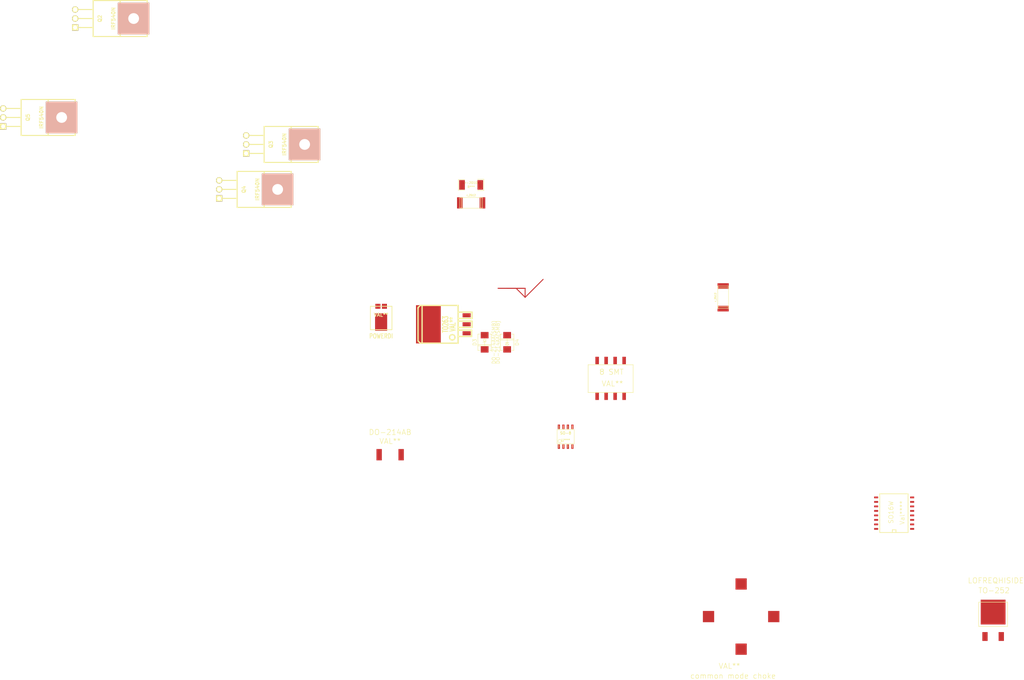
<source format=kicad_pcb>
(kicad_pcb (version 3) (host pcbnew "(2013-07-07 BZR 4022)-stable")

  (general
    (links 4)
    (no_connects 4)
    (area 0 0 0 0)
    (thickness 1.6)
    (drawings 0)
    (tracks 8)
    (zones 0)
    (modules 17)
    (nets 9)
  )

  (page A3)
  (layers
    (15 F.Cu signal)
    (0 B.Cu signal)
    (16 B.Adhes user)
    (17 F.Adhes user)
    (18 B.Paste user)
    (19 F.Paste user)
    (20 B.SilkS user)
    (21 F.SilkS user)
    (22 B.Mask user)
    (23 F.Mask user)
    (24 Dwgs.User user)
    (25 Cmts.User user)
    (26 Eco1.User user)
    (27 Eco2.User user)
    (28 Edge.Cuts user)
  )

  (setup
    (last_trace_width 0.254)
    (trace_clearance 0.254)
    (zone_clearance 0.508)
    (zone_45_only no)
    (trace_min 0.254)
    (segment_width 0.2)
    (edge_width 0.15)
    (via_size 0.889)
    (via_drill 0.635)
    (via_min_size 0.889)
    (via_min_drill 0.508)
    (uvia_size 0.508)
    (uvia_drill 0.127)
    (uvias_allowed no)
    (uvia_min_size 0.508)
    (uvia_min_drill 0.127)
    (pcb_text_width 0.3)
    (pcb_text_size 1.5 1.5)
    (mod_edge_width 0.15)
    (mod_text_size 1.5 1.5)
    (mod_text_width 0.15)
    (pad_size 1 2.1)
    (pad_drill 0)
    (pad_to_mask_clearance 0.2)
    (aux_axis_origin 0 0)
    (visible_elements FFFFFFBF)
    (pcbplotparams
      (layerselection 3178497)
      (usegerberextensions true)
      (excludeedgelayer true)
      (linewidth 0.100000)
      (plotframeref false)
      (viasonmask false)
      (mode 1)
      (useauxorigin false)
      (hpglpennumber 1)
      (hpglpenspeed 20)
      (hpglpendiameter 15)
      (hpglpenoverlay 2)
      (psnegative false)
      (psa4output false)
      (plotreference true)
      (plotvalue true)
      (plotothertext true)
      (plotinvisibletext false)
      (padsonsilk false)
      (subtractmaskfromsilk false)
      (outputformat 1)
      (mirror false)
      (drillshape 1)
      (scaleselection 1)
      (outputdirectory ""))
  )

  (net 0 "")
  (net 1 GNDA)
  (net 2 N-0000015)
  (net 3 N-0000016)
  (net 4 N-0000025)
  (net 5 N-000006)
  (net 6 N-000007)
  (net 7 N-000008)
  (net 8 N-000009)

  (net_class Default "This is the default net class."
    (clearance 0.254)
    (trace_width 0.254)
    (via_dia 0.889)
    (via_drill 0.635)
    (uvia_dia 0.508)
    (uvia_drill 0.127)
    (add_net "")
    (add_net GNDA)
    (add_net N-0000015)
    (add_net N-0000016)
    (add_net N-0000025)
    (add_net N-000006)
    (add_net N-000007)
    (add_net N-000008)
    (add_net N-000009)
  )

  (module TO263 (layer F.Cu) (tedit 4FBE28C7) (tstamp 525735B0)
    (at 69.85 38.1 90)
    (attr smd)
    (fp_text reference TO263 (at 0 -5.969 90) (layer F.SilkS)
      (effects (font (size 1.524 1.016) (thickness 0.254)))
    )
    (fp_text value VAL** (at 0 -3.937 90) (layer F.SilkS)
      (effects (font (size 1.524 1.016) (thickness 0.254)))
    )
    (fp_line (start 1.651 -2.413) (end 1.651 1.524) (layer F.SilkS) (width 0.381))
    (fp_line (start 1.651 1.524) (end 3.429 1.524) (layer F.SilkS) (width 0.381))
    (fp_line (start 3.429 1.524) (end 3.429 -2.413) (layer F.SilkS) (width 0.381))
    (fp_line (start -0.889 -2.413) (end -0.889 1.524) (layer F.SilkS) (width 0.381))
    (fp_line (start -0.889 1.524) (end 0.889 1.524) (layer F.SilkS) (width 0.381))
    (fp_line (start 0.889 1.524) (end 0.889 -2.413) (layer F.SilkS) (width 0.381))
    (fp_line (start -3.429 -2.413) (end -3.429 1.397) (layer F.SilkS) (width 0.381))
    (fp_line (start -3.429 1.397) (end -1.778 1.397) (layer F.SilkS) (width 0.381))
    (fp_line (start -1.778 1.397) (end -1.651 1.397) (layer F.SilkS) (width 0.381))
    (fp_line (start -1.651 1.397) (end -1.651 -2.413) (layer F.SilkS) (width 0.381))
    (fp_circle (center -3.683 -4.064) (end -3.683 -3.302) (layer F.SilkS) (width 0.381))
    (fp_line (start -5.334 -2.413) (end -5.334 -13.081) (layer F.SilkS) (width 0.381))
    (fp_line (start -5.334 -13.081) (end -4.699 -13.716) (layer F.SilkS) (width 0.381))
    (fp_line (start -4.699 -13.716) (end 4.318 -13.716) (layer F.SilkS) (width 0.381))
    (fp_line (start 4.318 -13.716) (end 4.572 -13.716) (layer F.SilkS) (width 0.381))
    (fp_line (start 4.572 -13.716) (end 4.699 -13.716) (layer F.SilkS) (width 0.381))
    (fp_line (start 4.699 -13.716) (end 5.334 -13.081) (layer F.SilkS) (width 0.381))
    (fp_line (start 5.334 -13.081) (end 5.334 -2.413) (layer F.SilkS) (width 0.381))
    (fp_line (start -5.334 -2.413) (end 5.334 -2.413) (layer F.SilkS) (width 0.381))
    (fp_line (start 5.334 -12.573) (end -5.334 -12.573) (layer F.SilkS) (width 0.381))
    (pad 1 smd rect (at -2.54 0 90) (size 1.143 2.286)
      (layers F.Cu F.Paste F.Mask)
    )
    (pad 2 smd rect (at 0 -10.795 90) (size 10.80008 6.9977)
      (layers F.Cu F.Paste F.Mask)
    )
    (pad 3 smd rect (at 2.54 0 90) (size 1.143 2.286)
      (layers F.Cu F.Paste F.Mask)
    )
    (pad 2 smd rect (at 0 0 90) (size 1.143 2.286)
      (layers F.Cu F.Paste F.Mask)
    )
  )

  (module "8 SMT" (layer F.Cu) (tedit 5255B2B7) (tstamp 525F5BDB)
    (at 106.68 58.42)
    (fp_text reference "8 SMT" (at 4.064 -6.858) (layer F.SilkS)
      (effects (font (size 1.5 1.5) (thickness 0.15)))
    )
    (fp_text value VAL** (at 4.318 -3.556) (layer F.SilkS)
      (effects (font (size 1.5 1.5) (thickness 0.15)))
    )
    (fp_line (start -2.54 -1.016) (end -2.54 -8.89) (layer F.SilkS) (width 0.15))
    (fp_line (start -2.54 -8.89) (end 10.16 -8.89) (layer F.SilkS) (width 0.15))
    (fp_line (start 10.16 -1.016) (end 10.16 -8.89) (layer F.SilkS) (width 0.15))
    (fp_line (start -2.54 -1.05) (end 10.16 -1.05) (layer F.SilkS) (width 0.15))
    (pad D10 smd rect (at 0 0) (size 1 2.1)
      (layers F.Cu F.Paste F.Mask)
    )
    (pad D11 smd rect (at 2.54 0) (size 1 2.1)
      (layers F.Cu F.Paste F.Mask)
    )
    (pad D12 smd rect (at 2.54 -10.1) (size 1 2.1)
      (layers F.Cu F.Paste F.Mask)
    )
    (pad D13 smd rect (at 0 -10.1) (size 1 2.1)
      (layers F.Cu F.Paste F.Mask)
    )
    (pad D14 smd rect (at 5.08 -10.1) (size 1 2.1)
      (layers F.Cu F.Paste F.Mask)
    )
    (pad D15 smd rect (at 7.62 -10.1) (size 1 2.1)
      (layers F.Cu F.Paste F.Mask)
    )
    (pad D16 smd rect (at 7.62 0) (size 1 2.1)
      (layers F.Cu F.Paste F.Mask)
    )
    (pad D17 smd rect (at 5.08 0) (size 1 2.1)
      (layers F.Cu F.Paste F.Mask)
    )
  )

  (module DO-214AB (layer F.Cu) (tedit 5255A1EE) (tstamp 525C0E79)
    (at 48.26 74.93)
    (fp_text reference DO-214AB (at 0 -6.35) (layer F.SilkS)
      (effects (font (size 1.5 1.5) (thickness 0.15)))
    )
    (fp_text value VAL** (at 0 -3.81) (layer F.SilkS)
      (effects (font (size 1.5 1.5) (thickness 0.15)))
    )
    (pad D8 smd rect (at 3.105 0) (size 1.52 3.2)
      (layers F.Cu F.Paste F.Mask)
    )
    (pad D9 smd rect (at -3.105 0) (size 1.52 3.2)
      (layers F.Cu F.Paste F.Mask)
    )
  )

  (module TO-252 (layer F.Cu) (tedit 5255A65F) (tstamp 525F5C02)
    (at 218.44 119.38)
    (fp_text reference TO-252 (at 0.254 -6.096) (layer F.SilkS)
      (effects (font (size 1.5 1.5) (thickness 0.15)))
    )
    (fp_text value LOFREQHISIDE (at 0.762 -8.89) (layer F.SilkS)
      (effects (font (size 1.5 1.5) (thickness 0.15)))
    )
    (fp_line (start 4.064 -2.794) (end -4.064 -2.794) (layer F.SilkS) (width 0.15))
    (fp_line (start -4.064 -2.794) (end -4.064 4.064) (layer F.SilkS) (width 0.15))
    (fp_line (start -4.064 4.064) (end 4.064 4.064) (layer F.SilkS) (width 0.15))
    (fp_line (start 4.064 4.064) (end 4.064 -2.794) (layer F.SilkS) (width 0.15))
    (pad D5 smd rect (at 0 0) (size 7 7)
      (layers F.Cu F.Paste F.Mask)
    )
    (pad D6 smd rect (at 2.3 6.9) (size 1.5 2.5)
      (layers F.Cu F.Paste F.Mask)
    )
    (pad D7 smd rect (at -2.3 6.9) (size 1.5 2.5)
      (layers F.Cu F.Paste F.Mask)
    )
  )

  (module CommModeChoke (layer F.Cu) (tedit 525597B0) (tstamp 525B5320)
    (at 147.32 120.65)
    (fp_text reference "common mode choke" (at -2.286 16.764) (layer F.SilkS)
      (effects (font (size 1.5 1.5) (thickness 0.15)))
    )
    (fp_text value VAL** (at -3.302 13.97) (layer F.SilkS)
      (effects (font (size 1.5 1.5) (thickness 0.15)))
    )
    (pad D2 smd rect (at 9.205 0) (size 3.18 3.18)
      (layers F.Cu F.Paste F.Mask)
    )
    (pad D3 smd rect (at 0 -9.205) (size 3.18 3.18)
      (layers F.Cu F.Paste F.Mask)
    )
    (pad D4 smd rect (at 0 9.205) (size 3.18 3.18)
      (layers F.Cu F.Paste F.Mask)
    )
    (pad D5 smd rect (at -9.205 0) (size 3.18 3.18)
      (layers F.Cu F.Paste F.Mask)
    )
  )

  (module POWERDI5 (layer F.Cu) (tedit 52535699) (tstamp 52573601)
    (at 45.72 33.02 180)
    (descr "MOS boitier DPACK G-D-S")
    (tags "CMD DPACK")
    (attr smd)
    (fp_text reference POWERDI (at 0 -8.414 180) (layer F.SilkS)
      (effects (font (size 1.27 1.016) (thickness 0.2032)))
    )
    (fp_text value VAL** (at 0 -2.413 180) (layer F.SilkS)
      (effects (font (size 1.016 1.016) (thickness 0.2032)))
    )
    (fp_line (start -3.048 0) (end 3.048 0) (layer F.SilkS) (width 0.15))
    (fp_line (start -3.048 -6.604) (end -3.048 0) (layer F.SilkS) (width 0.15))
    (fp_line (start 3.048 -6.604) (end -3.048 -6.604) (layer F.SilkS) (width 0.15))
    (fp_line (start 3.048 0) (end 3.048 -6.604) (layer F.SilkS) (width 0.15))
    (fp_line (start 3.048 0) (end 3.048 -6.604) (layer F.SilkS) (width 0.15))
    (fp_line (start 3.048 -6.604) (end -3.048 -6.604) (layer F.SilkS) (width 0.15))
    (fp_line (start -3.048 -6.604) (end -3.048 0) (layer F.SilkS) (width 0.15))
    (fp_line (start -3.048 0) (end 3.048 0) (layer F.SilkS) (width 0.15))
    (pad S smd rect (at 0.92 0 180) (size 1.39 1.4)
      (layers F.Cu F.Paste F.Mask)
    )
    (pad D smd rect (at 0 -4.45 180) (size 3.36 4.86)
      (layers F.Cu F.Paste F.Mask)
    )
    (pad G smd rect (at -0.92 0 180) (size 1.39 1.4)
      (layers F.Cu F.Paste F.Mask)
    )
    (pad G smd rect (at -0.92 0 180) (size 1.39 1.4)
      (layers F.Cu F.Paste F.Mask)
    )
    (pad D smd rect (at 0 -4.45 180) (size 3.36 4.86)
      (layers F.Cu F.Paste F.Mask)
    )
    (pad S smd rect (at 0.92 0 180) (size 1.39 1.4)
      (layers F.Cu F.Paste F.Mask)
    )
    (model smd/dpack_2.wrl
      (at (xyz 0 0 0))
      (scale (xyz 1 1 1))
      (rotate (xyz 0 0 0))
    )
  )

  (module SO16W (layer F.Cu) (tedit 4280704F) (tstamp 52598761)
    (at 190.5 91.44 90)
    (descr "Module CMS SOJ 16 pins tres large")
    (tags "CMS SOJ")
    (attr smd)
    (fp_text reference SO16W (at 0.254 -0.889 90) (layer F.SilkS)
      (effects (font (size 1.27 1.27) (thickness 0.127)))
    )
    (fp_text value Val**** (at 0.127 2.286 90) (layer F.SilkS)
      (effects (font (size 1.27 1.27) (thickness 0.127)))
    )
    (fp_line (start -5.461 3.937) (end -5.461 -4.064) (layer F.SilkS) (width 0.2032))
    (fp_line (start 5.461 -4.064) (end 5.461 3.937) (layer F.SilkS) (width 0.2032))
    (fp_line (start -5.461 -4.064) (end 5.461 -4.064) (layer F.SilkS) (width 0.2032))
    (fp_line (start 5.461 3.937) (end -5.461 3.937) (layer F.SilkS) (width 0.2032))
    (fp_line (start -5.461 -0.508) (end -4.699 -0.508) (layer F.SilkS) (width 0.2032))
    (fp_line (start -4.699 -0.508) (end -4.699 0.508) (layer F.SilkS) (width 0.2032))
    (fp_line (start -4.699 0.508) (end -5.461 0.508) (layer F.SilkS) (width 0.2032))
    (pad 1 smd rect (at -4.445 5.08 90) (size 0.508 1.143)
      (layers F.Cu F.Paste F.Mask)
    )
    (pad 2 smd rect (at -3.175 5.08 90) (size 0.508 1.143)
      (layers F.Cu F.Paste F.Mask)
    )
    (pad 3 smd rect (at -1.905 5.08 90) (size 0.508 1.143)
      (layers F.Cu F.Paste F.Mask)
    )
    (pad 4 smd rect (at -0.635 5.08 90) (size 0.508 1.143)
      (layers F.Cu F.Paste F.Mask)
    )
    (pad 5 smd rect (at 0.635 5.08 90) (size 0.508 1.143)
      (layers F.Cu F.Paste F.Mask)
    )
    (pad 6 smd rect (at 1.905 5.08 90) (size 0.508 1.143)
      (layers F.Cu F.Paste F.Mask)
    )
    (pad 7 smd rect (at 3.175 5.08 90) (size 0.508 1.143)
      (layers F.Cu F.Paste F.Mask)
    )
    (pad 8 smd rect (at 4.445 5.08 90) (size 0.508 1.143)
      (layers F.Cu F.Paste F.Mask)
    )
    (pad 9 smd rect (at 4.445 -5.08 90) (size 0.508 1.143)
      (layers F.Cu F.Paste F.Mask)
    )
    (pad 10 smd rect (at 3.175 -5.08 90) (size 0.508 1.143)
      (layers F.Cu F.Paste F.Mask)
    )
    (pad 11 smd rect (at 1.905 -5.08 90) (size 0.508 1.143)
      (layers F.Cu F.Paste F.Mask)
    )
    (pad 12 smd rect (at 0.635 -5.08 90) (size 0.508 1.143)
      (layers F.Cu F.Paste F.Mask)
    )
    (pad 13 smd rect (at -0.635 -5.08 90) (size 0.508 1.143)
      (layers F.Cu F.Paste F.Mask)
    )
    (pad 14 smd rect (at -1.905 -5.08 90) (size 0.508 1.143)
      (layers F.Cu F.Paste F.Mask)
    )
    (pad 15 smd rect (at -3.175 -5.08 90) (size 0.508 1.143)
      (layers F.Cu F.Paste F.Mask)
    )
    (pad 16 smd rect (at -4.445 -5.08 90) (size 0.508 1.143)
      (layers F.Cu F.Paste F.Mask)
    )
    (model smd/cms_so16.wrl
      (at (xyz 0 0 0))
      (scale (xyz 0.5 0.6 0.5))
      (rotate (xyz 0 0 0))
    )
  )

  (module "DO-214AA(SMB)" (layer F.Cu) (tedit 52578A15) (tstamp 525BB0F9)
    (at 81.28 43.18 90)
    (descr "DO-214AA (SMB)  PACKAGE.")
    (tags "DO-214AA SMB")
    (attr smd)
    (fp_text reference "DO-214AA(SMB)" (at 0 -2.60096 90) (layer F.SilkS)
      (effects (font (size 1.00076 1.00076) (thickness 0.11938)))
    )
    (fp_text value D4 (at 0 2.79908 90) (layer F.SilkS)
      (effects (font (size 1.00076 1.00076) (thickness 0.11938)))
    )
    (fp_line (start -0.762 0) (end -0.9652 0) (layer F.SilkS) (width 0.127))
    (fp_line (start -2.286 -1.905) (end 2.286 -1.905) (layer F.SilkS) (width 0.127))
    (fp_line (start 2.286 -1.905) (end 2.286 -1.27) (layer F.SilkS) (width 0.127))
    (fp_line (start 0.6604 1.905) (end 0.6604 -1.905) (layer F.SilkS) (width 0.127))
    (fp_line (start 0.9906 1.905) (end 0.9906 -1.905) (layer F.SilkS) (width 0.127))
    (fp_line (start -2.286 1.27) (end -2.286 1.905) (layer F.SilkS) (width 0.127))
    (fp_line (start -2.286 1.905) (end 2.286 1.905) (layer F.SilkS) (width 0.127))
    (fp_line (start 2.286 1.905) (end 2.286 1.27) (layer F.SilkS) (width 0.127))
    (fp_line (start -2.286 -1.27) (end -2.286 -1.905) (layer F.SilkS) (width 0.127))
    (fp_line (start -0.127 0) (end -0.762 -0.47498) (layer F.SilkS) (width 0.127))
    (fp_line (start -0.762 -0.47498) (end -0.762 0) (layer F.SilkS) (width 0.127))
    (fp_line (start -0.762 0) (end -0.762 0.47498) (layer F.SilkS) (width 0.127))
    (fp_line (start -0.762 0.47498) (end -0.127 0) (layer F.SilkS) (width 0.127))
    (fp_line (start -0.127 0) (end -0.127 -0.3175) (layer F.SilkS) (width 0.127))
    (fp_line (start -0.127 -0.3175) (end -0.28448 -0.47498) (layer F.SilkS) (width 0.127))
    (fp_line (start -0.127 0) (end -0.127 0.3175) (layer F.SilkS) (width 0.127))
    (fp_line (start -0.127 0.3175) (end 0.03048 0.47498) (layer F.SilkS) (width 0.127))
    (fp_line (start -0.127 0) (end 0.98298 0) (layer F.SilkS) (width 0.127))
    (pad 1 smd rect (at -2.0066 0 90) (size 1.80086 2.19964)
      (layers F.Cu F.Paste F.Mask)
    )
    (pad 2 smd rect (at 2.0066 0 90) (size 1.80086 2.19964)
      (layers F.Cu F.Paste F.Mask)
    )
    (model smd/do214.wrl
      (at (xyz 0 0 0))
      (scale (xyz 1 1 1))
      (rotate (xyz 0 0 0))
    )
  )

  (module "DO-214AA(SMB)" (layer F.Cu) (tedit 52578A32) (tstamp 525BB129)
    (at 74.93 43.18 270)
    (descr "DO-214AA (SMB)  PACKAGE.")
    (tags "DO-214AA SMB")
    (attr smd)
    (fp_text reference "DO-214AA(SMB)" (at 0 -2.60096 270) (layer F.SilkS)
      (effects (font (size 1.00076 1.00076) (thickness 0.11938)))
    )
    (fp_text value D3 (at 0 2.79908 270) (layer F.SilkS)
      (effects (font (size 1.00076 1.00076) (thickness 0.11938)))
    )
    (fp_line (start -0.762 0) (end -0.9652 0) (layer F.SilkS) (width 0.127))
    (fp_line (start -2.286 -1.905) (end 2.286 -1.905) (layer F.SilkS) (width 0.127))
    (fp_line (start 2.286 -1.905) (end 2.286 -1.27) (layer F.SilkS) (width 0.127))
    (fp_line (start 0.6604 1.905) (end 0.6604 -1.905) (layer F.SilkS) (width 0.127))
    (fp_line (start 0.9906 1.905) (end 0.9906 -1.905) (layer F.SilkS) (width 0.127))
    (fp_line (start -2.286 1.27) (end -2.286 1.905) (layer F.SilkS) (width 0.127))
    (fp_line (start -2.286 1.905) (end 2.286 1.905) (layer F.SilkS) (width 0.127))
    (fp_line (start 2.286 1.905) (end 2.286 1.27) (layer F.SilkS) (width 0.127))
    (fp_line (start -2.286 -1.27) (end -2.286 -1.905) (layer F.SilkS) (width 0.127))
    (fp_line (start -0.127 0) (end -0.762 -0.47498) (layer F.SilkS) (width 0.127))
    (fp_line (start -0.762 -0.47498) (end -0.762 0) (layer F.SilkS) (width 0.127))
    (fp_line (start -0.762 0) (end -0.762 0.47498) (layer F.SilkS) (width 0.127))
    (fp_line (start -0.762 0.47498) (end -0.127 0) (layer F.SilkS) (width 0.127))
    (fp_line (start -0.127 0) (end -0.127 -0.3175) (layer F.SilkS) (width 0.127))
    (fp_line (start -0.127 -0.3175) (end -0.28448 -0.47498) (layer F.SilkS) (width 0.127))
    (fp_line (start -0.127 0) (end -0.127 0.3175) (layer F.SilkS) (width 0.127))
    (fp_line (start -0.127 0.3175) (end 0.03048 0.47498) (layer F.SilkS) (width 0.127))
    (fp_line (start -0.127 0) (end 0.98298 0) (layer F.SilkS) (width 0.127))
    (pad 1 smd rect (at -2.0066 0 270) (size 1.80086 2.19964)
      (layers F.Cu F.Paste F.Mask)
    )
    (pad 2 smd rect (at 2.0066 0 270) (size 1.80086 2.19964)
      (layers F.Cu F.Paste F.Mask)
    )
    (model smd/do214.wrl
      (at (xyz 0 0 0))
      (scale (xyz 1 1 1))
      (rotate (xyz 0 0 0))
    )
  )

  (module r_2010 (layer F.Cu) (tedit 4E57AD50) (tstamp 525C1118)
    (at 71.12 -1.27)
    (descr "SMT resistor, 2010")
    (fp_text reference r-2010 (at 0 -0.59944) (layer F.SilkS)
      (effects (font (size 0.635 0.635) (thickness 0.11938)))
    )
    (fp_text value R*** (at 0 0.59944) (layer F.SilkS)
      (effects (font (size 0.635 0.635) (thickness 0.11938)))
    )
    (fp_line (start 1.80086 -1.6002) (end 3.59918 -1.6002) (layer F.SilkS) (width 0.127))
    (fp_line (start 3.59918 -1.6002) (end 3.59918 1.6002) (layer F.SilkS) (width 0.127))
    (fp_line (start 3.59918 1.6002) (end 1.80086 1.6002) (layer F.SilkS) (width 0.127))
    (fp_line (start -1.80086 -1.50114) (end -3.59918 -1.50114) (layer F.SilkS) (width 0.127))
    (fp_line (start -3.59918 -1.50114) (end -3.59918 1.50114) (layer F.SilkS) (width 0.127))
    (fp_line (start -3.59918 1.50114) (end -1.80086 1.50114) (layer F.SilkS) (width 0.127))
    (pad 1 smd rect (at 2.5781 0) (size 1.6002 2.6924)
      (layers F.Cu F.Paste F.Mask)
    )
    (pad 2 smd rect (at -2.5781 0) (size 1.6002 2.6924)
      (layers F.Cu F.Paste F.Mask)
    )
    (model smd/resistors/r_2010.wrl
      (at (xyz 0 0 0))
      (scale (xyz 1 1 1))
      (rotate (xyz 0 0 0))
    )
  )

  (module r_2512 (layer F.Cu) (tedit 4A8704CB) (tstamp 525C11D5)
    (at 71.12 3.81)
    (descr "SMT resistor, 2512")
    (fp_text reference r_2512 (at 0 -2.159) (layer F.SilkS)
      (effects (font (size 0.50038 0.50038) (thickness 0.11938)))
    )
    (fp_text value R*** (at 0 2.032) (layer F.SilkS) hide
      (effects (font (size 0.50038 0.50038) (thickness 0.11938)))
    )
    (fp_line (start 2.667 -1.524) (end 2.667 1.524) (layer F.SilkS) (width 0.127))
    (fp_line (start -2.667 -1.524) (end -2.667 1.524) (layer F.SilkS) (width 0.127))
    (fp_line (start -3.175 -1.524) (end -3.175 1.524) (layer F.SilkS) (width 0.127))
    (fp_line (start -3.175 1.524) (end 3.175 1.524) (layer F.SilkS) (width 0.127))
    (fp_line (start 3.175 1.524) (end 3.175 -1.524) (layer F.SilkS) (width 0.127))
    (fp_line (start 3.175 -1.524) (end -3.175 -1.524) (layer F.SilkS) (width 0.127))
    (pad 1 smd rect (at 3.1877 0) (size 1.6002 3.175)
      (layers F.Cu F.Paste F.Mask)
    )
    (pad 2 smd rect (at -3.1877 0) (size 1.6002 3.175)
      (layers F.Cu F.Paste F.Mask)
    )
    (model smd/resistors/r_2512.wrl
      (at (xyz 0 0 0))
      (scale (xyz 1 1 1))
      (rotate (xyz 0 0 0))
    )
  )

  (module so-8 (layer F.Cu) (tedit 48A6C16E) (tstamp 525C6FA8)
    (at 97.79 69.85)
    (descr SO-8)
    (attr smd)
    (fp_text reference SO-8 (at 0 -1.016) (layer F.SilkS)
      (effects (font (size 0.7493 0.7493) (thickness 0.14986)))
    )
    (fp_text value U*** (at 0 1.016) (layer F.SilkS)
      (effects (font (size 0.7493 0.7493) (thickness 0.14986)))
    )
    (fp_line (start -2.413 -1.9812) (end -2.413 1.9812) (layer F.SilkS) (width 0.127))
    (fp_line (start -2.413 1.9812) (end 2.413 1.9812) (layer F.SilkS) (width 0.127))
    (fp_line (start 2.413 1.9812) (end 2.413 -1.9812) (layer F.SilkS) (width 0.127))
    (fp_line (start 2.413 -1.9812) (end -2.413 -1.9812) (layer F.SilkS) (width 0.127))
    (fp_line (start -1.905 -1.9812) (end -1.905 -3.0734) (layer F.SilkS) (width 0.127))
    (fp_line (start -0.635 -1.9812) (end -0.635 -3.0734) (layer F.SilkS) (width 0.127))
    (fp_line (start 0.635 -1.9812) (end 0.635 -3.0734) (layer F.SilkS) (width 0.127))
    (fp_line (start 1.905 -3.0734) (end 1.905 -1.9812) (layer F.SilkS) (width 0.127))
    (fp_line (start 1.905 1.9812) (end 1.905 3.0734) (layer F.SilkS) (width 0.127))
    (fp_line (start 0.635 3.0734) (end 0.635 1.9812) (layer F.SilkS) (width 0.127))
    (fp_line (start -0.635 3.0734) (end -0.635 1.9812) (layer F.SilkS) (width 0.127))
    (fp_line (start -1.905 3.0734) (end -1.905 1.9812) (layer F.SilkS) (width 0.127))
    (fp_circle (center -1.6764 1.2446) (end -1.9558 1.6256) (layer F.SilkS) (width 0.127))
    (pad 1 smd rect (at -1.905 2.794) (size 0.635 1.27)
      (layers F.Cu F.Paste F.Mask)
    )
    (pad 2 smd rect (at -0.635 2.794) (size 0.635 1.27)
      (layers F.Cu F.Paste F.Mask)
    )
    (pad 3 smd rect (at 0.635 2.794) (size 0.635 1.27)
      (layers F.Cu F.Paste F.Mask)
    )
    (pad 4 smd rect (at 1.905 2.794) (size 0.635 1.27)
      (layers F.Cu F.Paste F.Mask)
    )
    (pad 5 smd rect (at 1.905 -2.794) (size 0.635 1.27)
      (layers F.Cu F.Paste F.Mask)
    )
    (pad 6 smd rect (at 0.635 -2.794) (size 0.635 1.27)
      (layers F.Cu F.Paste F.Mask)
    )
    (pad 7 smd rect (at -0.635 -2.794) (size 0.635 1.27)
      (layers F.Cu F.Paste F.Mask)
    )
    (pad 8 smd rect (at -1.905 -2.794) (size 0.635 1.27)
      (layers F.Cu F.Paste F.Mask)
    )
    (model smd/smd_dil/so-8.wrl
      (at (xyz 0 0 0))
      (scale (xyz 1 1 1))
      (rotate (xyz 0 0 0))
    )
  )

  (module r_2512 (layer F.Cu) (tedit 4A8704CB) (tstamp 525FA10C)
    (at 142.24 30.48 90)
    (descr "SMT resistor, 2512")
    (fp_text reference r_2512 (at 0 -2.159 90) (layer F.SilkS)
      (effects (font (size 0.50038 0.50038) (thickness 0.11938)))
    )
    (fp_text value R*** (at 0 2.032 90) (layer F.SilkS) hide
      (effects (font (size 0.50038 0.50038) (thickness 0.11938)))
    )
    (fp_line (start 2.667 -1.524) (end 2.667 1.524) (layer F.SilkS) (width 0.127))
    (fp_line (start -2.667 -1.524) (end -2.667 1.524) (layer F.SilkS) (width 0.127))
    (fp_line (start -3.175 -1.524) (end -3.175 1.524) (layer F.SilkS) (width 0.127))
    (fp_line (start -3.175 1.524) (end 3.175 1.524) (layer F.SilkS) (width 0.127))
    (fp_line (start 3.175 1.524) (end 3.175 -1.524) (layer F.SilkS) (width 0.127))
    (fp_line (start 3.175 -1.524) (end -3.175 -1.524) (layer F.SilkS) (width 0.127))
    (pad 1 smd rect (at 3.1877 0 90) (size 1.6002 3.175)
      (layers F.Cu F.Paste F.Mask)
    )
    (pad 2 smd rect (at -3.1877 0 90) (size 1.6002 3.175)
      (layers F.Cu F.Paste F.Mask)
    )
    (model smd/resistors/r_2512.wrl
      (at (xyz 0 0 0))
      (scale (xyz 1 1 1))
      (rotate (xyz 0 0 0))
    )
  )

  (module TO220 (layer F.Cu) (tedit 200000) (tstamp 525FA20D)
    (at 0 0)
    (descr "Transistor TO 220")
    (tags "TR TO220 DEV")
    (path /5222AB32)
    (fp_text reference Q4 (at 6.985 0 90) (layer F.SilkS)
      (effects (font (size 1.016 1.016) (thickness 0.2032)))
    )
    (fp_text value IRF540N (at 10.795 0 90) (layer F.SilkS)
      (effects (font (size 1.016 1.016) (thickness 0.2032)))
    )
    (fp_line (start 0 -2.54) (end 5.08 -2.54) (layer F.SilkS) (width 0.3048))
    (fp_line (start 0 0) (end 5.08 0) (layer F.SilkS) (width 0.3048))
    (fp_line (start 0 2.54) (end 5.08 2.54) (layer F.SilkS) (width 0.3048))
    (fp_line (start 5.08 5.08) (end 20.32 5.08) (layer F.SilkS) (width 0.3048))
    (fp_line (start 20.32 5.08) (end 20.32 -5.08) (layer F.SilkS) (width 0.3048))
    (fp_line (start 20.32 -5.08) (end 5.08 -5.08) (layer F.SilkS) (width 0.3048))
    (fp_line (start 5.08 -5.08) (end 5.08 5.08) (layer F.SilkS) (width 0.3048))
    (fp_line (start 12.7 3.81) (end 12.7 -5.08) (layer F.SilkS) (width 0.3048))
    (fp_line (start 12.7 3.81) (end 12.7 5.08) (layer F.SilkS) (width 0.3048))
    (pad 1 thru_hole rect (at 0 2.54) (size 1.778 1.778) (drill 1.143)
      (layers *.Cu *.Mask F.SilkS)
      (net 7 N-000008)
    )
    (pad 2 thru_hole circle (at 0 -2.54) (size 1.778 1.778) (drill 1.143)
      (layers *.Cu *.Mask F.SilkS)
      (net 2 N-0000015)
    )
    (pad 3 thru_hole circle (at 0 0) (size 1.778 1.778) (drill 1.143)
      (layers *.Cu *.Mask F.SilkS)
      (net 3 N-0000016)
    )
    (pad 4 thru_hole rect (at 16.51 0) (size 8.89 8.89) (drill 3.048)
      (layers *.Cu *.SilkS *.Mask)
    )
    (model discret/to220_horiz.wrl
      (at (xyz 0 0 0))
      (scale (xyz 1 1 1))
      (rotate (xyz 0 0 0))
    )
  )

  (module TO220 (layer F.Cu) (tedit 200000) (tstamp 525FA21E)
    (at -60.96 -20.32)
    (descr "Transistor TO 220")
    (tags "TR TO220 DEV")
    (path /5222AB38)
    (fp_text reference Q5 (at 6.985 0 90) (layer F.SilkS)
      (effects (font (size 1.016 1.016) (thickness 0.2032)))
    )
    (fp_text value IRF540N (at 10.795 0 90) (layer F.SilkS)
      (effects (font (size 1.016 1.016) (thickness 0.2032)))
    )
    (fp_line (start 0 -2.54) (end 5.08 -2.54) (layer F.SilkS) (width 0.3048))
    (fp_line (start 0 0) (end 5.08 0) (layer F.SilkS) (width 0.3048))
    (fp_line (start 0 2.54) (end 5.08 2.54) (layer F.SilkS) (width 0.3048))
    (fp_line (start 5.08 5.08) (end 20.32 5.08) (layer F.SilkS) (width 0.3048))
    (fp_line (start 20.32 5.08) (end 20.32 -5.08) (layer F.SilkS) (width 0.3048))
    (fp_line (start 20.32 -5.08) (end 5.08 -5.08) (layer F.SilkS) (width 0.3048))
    (fp_line (start 5.08 -5.08) (end 5.08 5.08) (layer F.SilkS) (width 0.3048))
    (fp_line (start 12.7 3.81) (end 12.7 -5.08) (layer F.SilkS) (width 0.3048))
    (fp_line (start 12.7 3.81) (end 12.7 5.08) (layer F.SilkS) (width 0.3048))
    (pad 1 thru_hole rect (at 0 2.54) (size 1.778 1.778) (drill 1.143)
      (layers *.Cu *.Mask F.SilkS)
      (net 3 N-0000016)
    )
    (pad 2 thru_hole circle (at 0 -2.54) (size 1.778 1.778) (drill 1.143)
      (layers *.Cu *.Mask F.SilkS)
      (net 8 N-000009)
    )
    (pad 3 thru_hole circle (at 0 0) (size 1.778 1.778) (drill 1.143)
      (layers *.Cu *.Mask F.SilkS)
      (net 1 GNDA)
    )
    (pad 4 thru_hole rect (at 16.51 0) (size 8.89 8.89) (drill 3.048)
      (layers *.Cu *.SilkS *.Mask)
    )
    (model discret/to220_horiz.wrl
      (at (xyz 0 0 0))
      (scale (xyz 1 1 1))
      (rotate (xyz 0 0 0))
    )
  )

  (module TO220 (layer F.Cu) (tedit 200000) (tstamp 525FA22F)
    (at -40.64 -48.26)
    (descr "Transistor TO 220")
    (tags "TR TO220 DEV")
    (path /5222A261)
    (fp_text reference Q2 (at 6.985 0 90) (layer F.SilkS)
      (effects (font (size 1.016 1.016) (thickness 0.2032)))
    )
    (fp_text value IRF540N (at 10.795 0 90) (layer F.SilkS)
      (effects (font (size 1.016 1.016) (thickness 0.2032)))
    )
    (fp_line (start 0 -2.54) (end 5.08 -2.54) (layer F.SilkS) (width 0.3048))
    (fp_line (start 0 0) (end 5.08 0) (layer F.SilkS) (width 0.3048))
    (fp_line (start 0 2.54) (end 5.08 2.54) (layer F.SilkS) (width 0.3048))
    (fp_line (start 5.08 5.08) (end 20.32 5.08) (layer F.SilkS) (width 0.3048))
    (fp_line (start 20.32 5.08) (end 20.32 -5.08) (layer F.SilkS) (width 0.3048))
    (fp_line (start 20.32 -5.08) (end 5.08 -5.08) (layer F.SilkS) (width 0.3048))
    (fp_line (start 5.08 -5.08) (end 5.08 5.08) (layer F.SilkS) (width 0.3048))
    (fp_line (start 12.7 3.81) (end 12.7 -5.08) (layer F.SilkS) (width 0.3048))
    (fp_line (start 12.7 3.81) (end 12.7 5.08) (layer F.SilkS) (width 0.3048))
    (pad 1 thru_hole rect (at 0 2.54) (size 1.778 1.778) (drill 1.143)
      (layers *.Cu *.Mask F.SilkS)
      (net 7 N-000008)
    )
    (pad 2 thru_hole circle (at 0 -2.54) (size 1.778 1.778) (drill 1.143)
      (layers *.Cu *.Mask F.SilkS)
      (net 6 N-000007)
    )
    (pad 3 thru_hole circle (at 0 0) (size 1.778 1.778) (drill 1.143)
      (layers *.Cu *.Mask F.SilkS)
      (net 5 N-000006)
    )
    (pad 4 thru_hole rect (at 16.51 0) (size 8.89 8.89) (drill 3.048)
      (layers *.Cu *.SilkS *.Mask)
    )
    (model discret/to220_horiz.wrl
      (at (xyz 0 0 0))
      (scale (xyz 1 1 1))
      (rotate (xyz 0 0 0))
    )
  )

  (module TO220 (layer F.Cu) (tedit 200000) (tstamp 525FA240)
    (at 7.62 -12.7)
    (descr "Transistor TO 220")
    (tags "TR TO220 DEV")
    (path /5222A270)
    (fp_text reference Q3 (at 6.985 0 90) (layer F.SilkS)
      (effects (font (size 1.016 1.016) (thickness 0.2032)))
    )
    (fp_text value IRF540N (at 10.795 0 90) (layer F.SilkS)
      (effects (font (size 1.016 1.016) (thickness 0.2032)))
    )
    (fp_line (start 0 -2.54) (end 5.08 -2.54) (layer F.SilkS) (width 0.3048))
    (fp_line (start 0 0) (end 5.08 0) (layer F.SilkS) (width 0.3048))
    (fp_line (start 0 2.54) (end 5.08 2.54) (layer F.SilkS) (width 0.3048))
    (fp_line (start 5.08 5.08) (end 20.32 5.08) (layer F.SilkS) (width 0.3048))
    (fp_line (start 20.32 5.08) (end 20.32 -5.08) (layer F.SilkS) (width 0.3048))
    (fp_line (start 20.32 -5.08) (end 5.08 -5.08) (layer F.SilkS) (width 0.3048))
    (fp_line (start 5.08 -5.08) (end 5.08 5.08) (layer F.SilkS) (width 0.3048))
    (fp_line (start 12.7 3.81) (end 12.7 -5.08) (layer F.SilkS) (width 0.3048))
    (fp_line (start 12.7 3.81) (end 12.7 5.08) (layer F.SilkS) (width 0.3048))
    (pad 1 thru_hole rect (at 0 2.54) (size 1.778 1.778) (drill 1.143)
      (layers *.Cu *.Mask F.SilkS)
      (net 5 N-000006)
    )
    (pad 2 thru_hole circle (at 0 -2.54) (size 1.778 1.778) (drill 1.143)
      (layers *.Cu *.Mask F.SilkS)
      (net 4 N-0000025)
    )
    (pad 3 thru_hole circle (at 0 0) (size 1.778 1.778) (drill 1.143)
      (layers *.Cu *.Mask F.SilkS)
      (net 1 GNDA)
    )
    (pad 4 thru_hole rect (at 16.51 0) (size 8.89 8.89) (drill 3.048)
      (layers *.Cu *.SilkS *.Mask)
    )
    (model discret/to220_horiz.wrl
      (at (xyz 0 0 0))
      (scale (xyz 1 1 1))
      (rotate (xyz 0 0 0))
    )
  )

  (segment (start 78.74 27.94) (end 83.82 27.94) (width 0.254) (layer F.Cu) (net 0))
  (segment (start 81.28 27.94) (end 78.74 27.94) (width 0.254) (layer F.Cu) (net 0))
  (segment (start 83.82 27.94) (end 86.36 30.48) (width 0.254) (layer F.Cu) (net 0) (tstamp 525FA16B))
  (segment (start 81.28 27.94) (end 86.36 27.94) (width 0.254) (layer F.Cu) (net 0))
  (segment (start 81.28 27.94) (end 86.36 27.94) (width 0.254) (layer F.Cu) (net 0) (tstamp 525FA167))
  (segment (start 81.28 27.94) (end 86.36 27.94) (width 0.254) (layer F.Cu) (net 0) (tstamp 525FA163))
  (segment (start 86.36 30.48) (end 91.44 25.4) (width 0.254) (layer F.Cu) (net 0) (tstamp 525FA15F))
  (segment (start 86.36 27.94) (end 86.36 30.48) (width 0.254) (layer F.Cu) (net 0) (tstamp 525FA15E))

)

</source>
